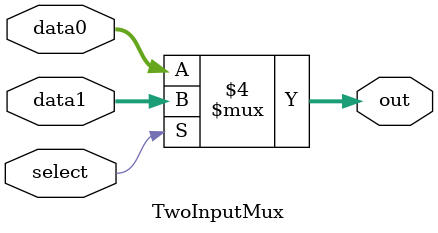
<source format=sv>


module TwoInputMux #(parameter WIDTH = 64)
(
	input[WIDTH-1:0] data0,
	input[WIDTH-1:0] data1,
	input select,
	output logic[WIDTH-1:0] out
);

	always_comb begin
		if (select == 1'b1) begin
			out = data1;
		end else begin
			out = data0;
		end	
	end

endmodule

</source>
